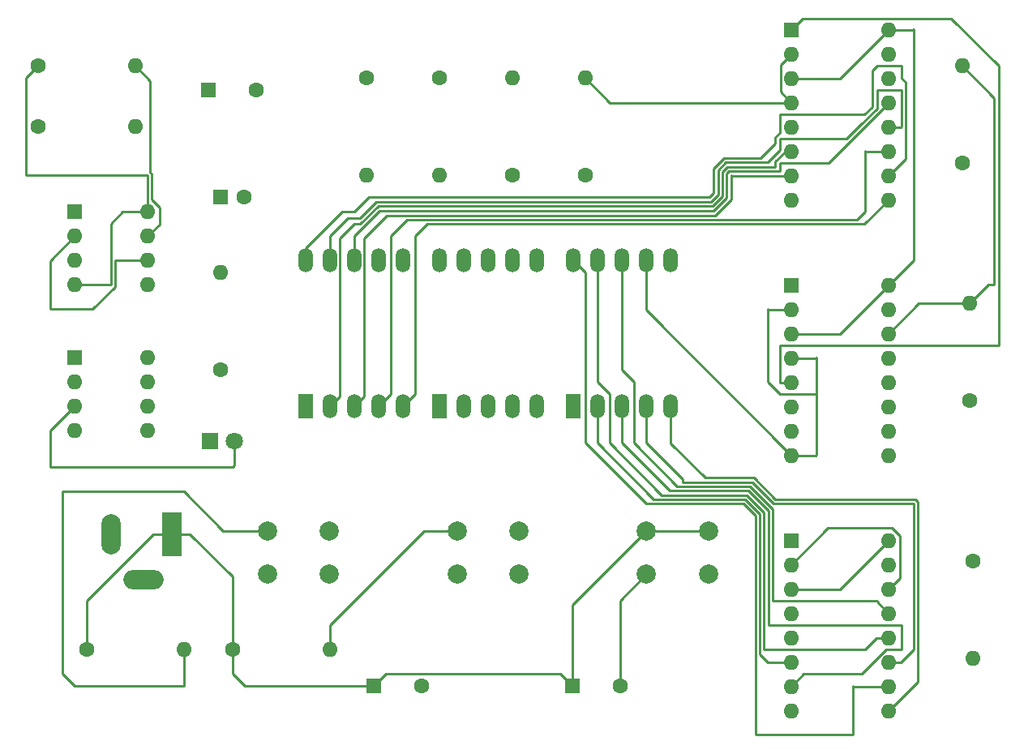
<source format=gbr>
%TF.GenerationSoftware,KiCad,Pcbnew,6.0.11+dfsg-1*%
%TF.CreationDate,2024-10-10T07:54:30+00:00*%
%TF.ProjectId,stoper,73746f70-6572-42e6-9b69-6361645f7063,rev?*%
%TF.SameCoordinates,Original*%
%TF.FileFunction,Copper,L1,Top*%
%TF.FilePolarity,Positive*%
%FSLAX46Y46*%
G04 Gerber Fmt 4.6, Leading zero omitted, Abs format (unit mm)*
G04 Created by KiCad (PCBNEW 6.0.11+dfsg-1) date 2024-10-10 07:54:30*
%MOMM*%
%LPD*%
G01*
G04 APERTURE LIST*
%TA.AperFunction,ComponentPad*%
%ADD10R,1.600000X1.600000*%
%TD*%
%TA.AperFunction,ComponentPad*%
%ADD11O,1.600000X1.600000*%
%TD*%
%TA.AperFunction,ComponentPad*%
%ADD12C,1.600000*%
%TD*%
%TA.AperFunction,ComponentPad*%
%ADD13R,1.524000X2.524000*%
%TD*%
%TA.AperFunction,ComponentPad*%
%ADD14O,1.524000X2.524000*%
%TD*%
%TA.AperFunction,ComponentPad*%
%ADD15C,2.000000*%
%TD*%
%TA.AperFunction,ComponentPad*%
%ADD16R,2.000000X4.600000*%
%TD*%
%TA.AperFunction,ComponentPad*%
%ADD17O,2.000000X4.200000*%
%TD*%
%TA.AperFunction,ComponentPad*%
%ADD18O,4.200000X2.000000*%
%TD*%
%TA.AperFunction,ComponentPad*%
%ADD19R,1.800000X1.800000*%
%TD*%
%TA.AperFunction,ComponentPad*%
%ADD20C,1.800000*%
%TD*%
%TA.AperFunction,Conductor*%
%ADD21C,0.250000*%
%TD*%
G04 APERTURE END LIST*
D10*
%TO.P,MillisecondsTimer1,1,GND*%
%TO.N,GND*%
X77480000Y-71130000D03*
D11*
%TO.P,MillisecondsTimer1,2,TR*%
%TO.N,Net-(MillisecondsC1-Pad1)*%
X77480000Y-73670000D03*
%TO.P,MillisecondsTimer1,3,Q*%
%TO.N,/MilliSecondsPulse1*%
X77480000Y-76210000D03*
%TO.P,MillisecondsTimer1,4,R*%
%TO.N,/TimerPower1*%
X77480000Y-78750000D03*
%TO.P,MillisecondsTimer1,5,CV*%
%TO.N,Net-(C1-Pad1)*%
X85100000Y-78750000D03*
%TO.P,MillisecondsTimer1,6,THR*%
%TO.N,Net-(MillisecondsC1-Pad1)*%
X85100000Y-76210000D03*
%TO.P,MillisecondsTimer1,7,DIS*%
%TO.N,Net-(MillisecondsTimer1-Pad7)*%
X85100000Y-73670000D03*
%TO.P,MillisecondsTimer1,8,VCC*%
%TO.N,/TimerPower1*%
X85100000Y-71130000D03*
%TD*%
D12*
%TO.P,R11,1*%
%TO.N,Net-(DoubleSecondsDisplay1-Pad6)*%
X130810000Y-67310000D03*
D11*
%TO.P,R11,2*%
%TO.N,GND*%
X130810000Y-57150000D03*
%TD*%
D13*
%TO.P,SingleSecondsDisplay1,1,CC*%
%TO.N,unconnected-(SingleSecondsDisplay1-Pad1)*%
X115600000Y-91440000D03*
D14*
%TO.P,SingleSecondsDisplay1,2,F*%
%TO.N,Net-(SingleSecondsCounter1-Pad6)*%
X118140000Y-91440000D03*
%TO.P,SingleSecondsDisplay1,3,G*%
%TO.N,Net-(SingleSecondsCounter1-Pad7)*%
X120680000Y-91440000D03*
%TO.P,SingleSecondsDisplay1,4,E*%
%TO.N,Net-(SingleSecondsCounter1-Pad11)*%
X123220000Y-91440000D03*
%TO.P,SingleSecondsDisplay1,5,D*%
%TO.N,Net-(SingleSecondsCounter1-Pad9)*%
X125760000Y-91440000D03*
%TO.P,SingleSecondsDisplay1,6,CC*%
%TO.N,Net-(R9-Pad1)*%
X125760000Y-76200000D03*
%TO.P,SingleSecondsDisplay1,7,DP*%
%TO.N,Net-(R8-Pad1)*%
X123220000Y-76200000D03*
%TO.P,SingleSecondsDisplay1,8,C*%
%TO.N,Net-(SingleSecondsCounter1-Pad13)*%
X120680000Y-76200000D03*
%TO.P,SingleSecondsDisplay1,9,B*%
%TO.N,Net-(SingleSecondsCounter1-Pad12)*%
X118140000Y-76200000D03*
%TO.P,SingleSecondsDisplay1,10,A*%
%TO.N,Net-(SingleSecondsCounter1-Pad10)*%
X115600000Y-76200000D03*
%TD*%
D10*
%TO.P,DefaultOff1,1*%
%TO.N,/+9V*%
X108714245Y-120650000D03*
D12*
%TO.P,DefaultOff1,2*%
%TO.N,Net-(DefaultOff1-Pad2)*%
X113714245Y-120650000D03*
%TD*%
%TO.P,R7,1*%
%TO.N,/ResetButtonIn1*%
X171350000Y-107560000D03*
D11*
%TO.P,R7,2*%
%TO.N,GND*%
X171350000Y-117720000D03*
%TD*%
D10*
%TO.P,MilliSecondsCounter1,1,CLOCK*%
%TO.N,/MilliSecondsPulse1*%
X152380000Y-105425000D03*
D11*
%TO.P,MilliSecondsCounter1,2,CLOCKINHIBIT*%
%TO.N,GND*%
X152380000Y-107965000D03*
%TO.P,MilliSecondsCounter1,3,DISPLAYENABLEIN*%
%TO.N,/+9V*%
X152380000Y-110505000D03*
%TO.P,MilliSecondsCounter1,4,DISPLAYENABLEOUT*%
%TO.N,GND*%
X152380000Y-113045000D03*
%TO.P,MilliSecondsCounter1,5,CARRYOUT*%
%TO.N,/SingleSecondsPulse1*%
X152380000Y-115585000D03*
%TO.P,MilliSecondsCounter1,6,F*%
%TO.N,Net-(MilliSecondsCounter1-Pad6)*%
X152380000Y-118125000D03*
%TO.P,MilliSecondsCounter1,7,G*%
%TO.N,Net-(MilliSecondsCounter1-Pad7)*%
X152380000Y-120665000D03*
%TO.P,MilliSecondsCounter1,8,VSS*%
%TO.N,GND*%
X152380000Y-123205000D03*
%TO.P,MilliSecondsCounter1,9,D*%
%TO.N,Net-(MilliSecondsCounter1-Pad9)*%
X162540000Y-123205000D03*
%TO.P,MilliSecondsCounter1,10,A*%
%TO.N,Net-(MilliSecondsCounter1-Pad10)*%
X162540000Y-120665000D03*
%TO.P,MilliSecondsCounter1,11,E*%
%TO.N,Net-(MilliSecondsCounter1-Pad11)*%
X162540000Y-118125000D03*
%TO.P,MilliSecondsCounter1,12,B*%
%TO.N,Net-(MilliSecondsCounter1-Pad12)*%
X162540000Y-115585000D03*
%TO.P,MilliSecondsCounter1,13,C*%
%TO.N,Net-(MilliSecondsCounter1-Pad13)*%
X162540000Y-113045000D03*
%TO.P,MilliSecondsCounter1,14,UNGATEDCSEGMENTOUT*%
%TO.N,GND*%
X162540000Y-110505000D03*
%TO.P,MilliSecondsCounter1,15,RESET*%
%TO.N,/ResetButtonIn1*%
X162540000Y-107965000D03*
%TO.P,MilliSecondsCounter1,16,VDD*%
%TO.N,/+9V*%
X162540000Y-105425000D03*
%TD*%
D10*
%TO.P,C1,1*%
%TO.N,Net-(C1-Pad1)*%
X92710000Y-69580000D03*
D12*
%TO.P,C1,2*%
%TO.N,GND*%
X95210000Y-69580000D03*
%TD*%
D13*
%TO.P,DoubleSecondsDisplay1,1,CC*%
%TO.N,unconnected-(DoubleSecondsDisplay1-Pad1)*%
X101600000Y-91440000D03*
D14*
%TO.P,DoubleSecondsDisplay1,2,F*%
%TO.N,Net-(DoubleSecondsCounter1-Pad6)*%
X104140000Y-91440000D03*
%TO.P,DoubleSecondsDisplay1,3,G*%
%TO.N,Net-(DoubleSecondsCounter1-Pad7)*%
X106680000Y-91440000D03*
%TO.P,DoubleSecondsDisplay1,4,E*%
%TO.N,Net-(DoubleSecondsCounter1-Pad11)*%
X109220000Y-91440000D03*
%TO.P,DoubleSecondsDisplay1,5,D*%
%TO.N,Net-(DoubleSecondsCounter1-Pad9)*%
X111760000Y-91440000D03*
%TO.P,DoubleSecondsDisplay1,6,CC*%
%TO.N,Net-(DoubleSecondsDisplay1-Pad6)*%
X111760000Y-76200000D03*
%TO.P,DoubleSecondsDisplay1,7,DP*%
%TO.N,GND*%
X109220000Y-76200000D03*
%TO.P,DoubleSecondsDisplay1,8,C*%
%TO.N,Net-(DoubleSecondsCounter1-Pad13)*%
X106680000Y-76200000D03*
%TO.P,DoubleSecondsDisplay1,9,B*%
%TO.N,Net-(DoubleSecondsCounter1-Pad12)*%
X104140000Y-76200000D03*
%TO.P,DoubleSecondsDisplay1,10,A*%
%TO.N,Net-(DoubleSecondsCounter1-Pad10)*%
X101600000Y-76200000D03*
%TD*%
D15*
%TO.P,On1,1,A*%
%TO.N,Net-(On1-Pad1)*%
X97634436Y-104430000D03*
X104134436Y-104430000D03*
%TO.P,On1,2,B*%
%TO.N,GND*%
X97634436Y-108930000D03*
X104134436Y-108930000D03*
%TD*%
D12*
%TO.P,R9,1*%
%TO.N,Net-(R9-Pad1)*%
X123190000Y-67310000D03*
D11*
%TO.P,R9,2*%
%TO.N,GND*%
X123190000Y-57150000D03*
%TD*%
D12*
%TO.P,R3,1*%
%TO.N,Net-(OnOffLed1-Pad1)*%
X92710000Y-87630000D03*
D11*
%TO.P,R3,2*%
%TO.N,GND*%
X92710000Y-77470000D03*
%TD*%
D16*
%TO.P,PWR1,1*%
%TO.N,/+9V*%
X87630000Y-104760000D03*
D17*
%TO.P,PWR1,2*%
%TO.N,GND*%
X81330000Y-104760000D03*
D18*
%TO.P,PWR1,3*%
%TO.N,N/C*%
X84730000Y-109560000D03*
%TD*%
D12*
%TO.P,R1,1*%
%TO.N,/+9V*%
X78740000Y-116840000D03*
D11*
%TO.P,R1,2*%
%TO.N,Net-(On1-Pad1)*%
X88900000Y-116840000D03*
%TD*%
%TO.P,R10,2*%
%TO.N,GND*%
X170980000Y-80690000D03*
D12*
%TO.P,R10,1*%
%TO.N,/ResetButtonIn1*%
X170980000Y-90850000D03*
%TD*%
D13*
%TO.P,MilliSecondsDisplay1,1,CC*%
%TO.N,unconnected-(MilliSecondsDisplay1-Pad1)*%
X129600000Y-91440000D03*
D14*
%TO.P,MilliSecondsDisplay1,2,F*%
%TO.N,Net-(MilliSecondsCounter1-Pad6)*%
X132140000Y-91440000D03*
%TO.P,MilliSecondsDisplay1,3,G*%
%TO.N,Net-(MilliSecondsCounter1-Pad7)*%
X134680000Y-91440000D03*
%TO.P,MilliSecondsDisplay1,4,E*%
%TO.N,Net-(MilliSecondsCounter1-Pad11)*%
X137220000Y-91440000D03*
%TO.P,MilliSecondsDisplay1,5,D*%
%TO.N,Net-(MilliSecondsCounter1-Pad9)*%
X139760000Y-91440000D03*
%TO.P,MilliSecondsDisplay1,6,CC*%
%TO.N,Net-(MilliSecondsDisplay1-Pad6)*%
X139760000Y-76200000D03*
%TO.P,MilliSecondsDisplay1,7,DP*%
%TO.N,GND*%
X137220000Y-76200000D03*
%TO.P,MilliSecondsDisplay1,8,C*%
%TO.N,Net-(MilliSecondsCounter1-Pad13)*%
X134680000Y-76200000D03*
%TO.P,MilliSecondsDisplay1,9,B*%
%TO.N,Net-(MilliSecondsCounter1-Pad12)*%
X132140000Y-76200000D03*
%TO.P,MilliSecondsDisplay1,10,A*%
%TO.N,Net-(MilliSecondsCounter1-Pad10)*%
X129600000Y-76200000D03*
%TD*%
D11*
%TO.P,R12,2*%
%TO.N,GND*%
X170180000Y-55880000D03*
D12*
%TO.P,R12,1*%
%TO.N,/ResetButtonIn1*%
X170180000Y-66040000D03*
%TD*%
D10*
%TO.P,DoubleSecondsCounter1,1,CLOCK*%
%TO.N,/DoubleSecondsPulse1*%
X152380000Y-52085000D03*
D11*
%TO.P,DoubleSecondsCounter1,2,CLOCKINHIBIT*%
%TO.N,GND*%
X152380000Y-54625000D03*
%TO.P,DoubleSecondsCounter1,3,DISPLAYENABLEIN*%
%TO.N,/+9V*%
X152380000Y-57165000D03*
%TO.P,DoubleSecondsCounter1,4,DISPLAYENABLEOUT*%
%TO.N,GND*%
X152380000Y-59705000D03*
%TO.P,DoubleSecondsCounter1,5,CARRYOUT*%
X152380000Y-62245000D03*
%TO.P,DoubleSecondsCounter1,6,F*%
%TO.N,Net-(DoubleSecondsCounter1-Pad6)*%
X152380000Y-64785000D03*
%TO.P,DoubleSecondsCounter1,7,G*%
%TO.N,Net-(DoubleSecondsCounter1-Pad7)*%
X152380000Y-67325000D03*
%TO.P,DoubleSecondsCounter1,8,VSS*%
%TO.N,GND*%
X152380000Y-69865000D03*
%TO.P,DoubleSecondsCounter1,9,D*%
%TO.N,Net-(DoubleSecondsCounter1-Pad9)*%
X162540000Y-69865000D03*
%TO.P,DoubleSecondsCounter1,10,A*%
%TO.N,Net-(DoubleSecondsCounter1-Pad10)*%
X162540000Y-67325000D03*
%TO.P,DoubleSecondsCounter1,11,E*%
%TO.N,Net-(DoubleSecondsCounter1-Pad11)*%
X162540000Y-64785000D03*
%TO.P,DoubleSecondsCounter1,12,B*%
%TO.N,Net-(DoubleSecondsCounter1-Pad12)*%
X162540000Y-62245000D03*
%TO.P,DoubleSecondsCounter1,13,C*%
%TO.N,Net-(DoubleSecondsCounter1-Pad13)*%
X162540000Y-59705000D03*
%TO.P,DoubleSecondsCounter1,14,UNGATEDCSEGMENTOUT*%
%TO.N,GND*%
X162540000Y-57165000D03*
%TO.P,DoubleSecondsCounter1,15,RESET*%
%TO.N,/ResetButtonIn1*%
X162540000Y-54625000D03*
%TO.P,DoubleSecondsCounter1,16,VDD*%
%TO.N,/+9V*%
X162540000Y-52085000D03*
%TD*%
D12*
%TO.P,R6,1*%
%TO.N,Net-(MilliSecondsDisplay1-Pad6)*%
X107950000Y-57150000D03*
D11*
%TO.P,R6,2*%
%TO.N,GND*%
X107950000Y-67310000D03*
%TD*%
D15*
%TO.P,Off1,1,A*%
%TO.N,Net-(DefaultOff1-Pad2)*%
X117430000Y-104430000D03*
X123930000Y-104430000D03*
%TO.P,Off1,2,B*%
%TO.N,GND*%
X117430000Y-108930000D03*
X123930000Y-108930000D03*
%TD*%
D10*
%TO.P,MillisecondsC1,1*%
%TO.N,Net-(MillisecondsC1-Pad1)*%
X91440000Y-58420000D03*
D12*
%TO.P,MillisecondsC1,2*%
%TO.N,GND*%
X96440000Y-58420000D03*
%TD*%
%TO.P,R5,1*%
%TO.N,Net-(MillisecondsTimer1-Pad7)*%
X73660000Y-62210000D03*
D11*
%TO.P,R5,2*%
%TO.N,Net-(MillisecondsC1-Pad1)*%
X83820000Y-62210000D03*
%TD*%
D10*
%TO.P,OnOff1,1,GND*%
%TO.N,GND*%
X77470000Y-86360000D03*
D11*
%TO.P,OnOff1,2,TR*%
%TO.N,Net-(On1-Pad1)*%
X77470000Y-88900000D03*
%TO.P,OnOff1,3,Q*%
%TO.N,/TimerPower1*%
X77470000Y-91440000D03*
%TO.P,OnOff1,4,R*%
%TO.N,Net-(DefaultOff1-Pad2)*%
X77470000Y-93980000D03*
%TO.P,OnOff1,5,CV*%
%TO.N,GND*%
X85090000Y-93980000D03*
%TO.P,OnOff1,6,THR*%
X85090000Y-91440000D03*
%TO.P,OnOff1,7,DIS*%
X85090000Y-88900000D03*
%TO.P,OnOff1,8,VCC*%
%TO.N,/+9V*%
X85090000Y-86360000D03*
%TD*%
%TO.P,R8,2*%
%TO.N,/+9V*%
X115570000Y-67310000D03*
D12*
%TO.P,R8,1*%
%TO.N,Net-(R8-Pad1)*%
X115570000Y-57150000D03*
%TD*%
%TO.P,R2,1*%
%TO.N,/+9V*%
X93980000Y-116840000D03*
D11*
%TO.P,R2,2*%
%TO.N,Net-(DefaultOff1-Pad2)*%
X104140000Y-116840000D03*
%TD*%
%TO.P,SingleSecondsCounter1,16,VDD*%
%TO.N,/+9V*%
X162540000Y-78755000D03*
%TO.P,SingleSecondsCounter1,15,RESET*%
%TO.N,/ResetButtonIn1*%
X162540000Y-81295000D03*
%TO.P,SingleSecondsCounter1,14,UNGATEDCSEGMENTOUT*%
%TO.N,GND*%
X162540000Y-83835000D03*
%TO.P,SingleSecondsCounter1,13,C*%
%TO.N,Net-(SingleSecondsCounter1-Pad13)*%
X162540000Y-86375000D03*
%TO.P,SingleSecondsCounter1,12,B*%
%TO.N,Net-(SingleSecondsCounter1-Pad12)*%
X162540000Y-88915000D03*
%TO.P,SingleSecondsCounter1,11,E*%
%TO.N,Net-(SingleSecondsCounter1-Pad11)*%
X162540000Y-91455000D03*
%TO.P,SingleSecondsCounter1,10,A*%
%TO.N,Net-(SingleSecondsCounter1-Pad10)*%
X162540000Y-93995000D03*
%TO.P,SingleSecondsCounter1,9,D*%
%TO.N,Net-(SingleSecondsCounter1-Pad9)*%
X162540000Y-96535000D03*
%TO.P,SingleSecondsCounter1,8,VSS*%
%TO.N,GND*%
X152380000Y-96535000D03*
%TO.P,SingleSecondsCounter1,7,G*%
%TO.N,Net-(SingleSecondsCounter1-Pad7)*%
X152380000Y-93995000D03*
%TO.P,SingleSecondsCounter1,6,F*%
%TO.N,Net-(SingleSecondsCounter1-Pad6)*%
X152380000Y-91455000D03*
%TO.P,SingleSecondsCounter1,5,CARRYOUT*%
%TO.N,/DoubleSecondsPulse1*%
X152380000Y-88915000D03*
%TO.P,SingleSecondsCounter1,4,DISPLAYENABLEOUT*%
%TO.N,GND*%
X152380000Y-86375000D03*
%TO.P,SingleSecondsCounter1,3,DISPLAYENABLEIN*%
%TO.N,/+9V*%
X152380000Y-83835000D03*
%TO.P,SingleSecondsCounter1,2,CLOCKINHIBIT*%
%TO.N,GND*%
X152380000Y-81295000D03*
D10*
%TO.P,SingleSecondsCounter1,1,CLOCK*%
%TO.N,/SingleSecondsPulse1*%
X152380000Y-78755000D03*
%TD*%
D15*
%TO.P,Reset1,1,A*%
%TO.N,/+9V*%
X137225564Y-104430000D03*
X143725564Y-104430000D03*
%TO.P,Reset1,2,B*%
%TO.N,/ResetButtonIn1*%
X143725564Y-108930000D03*
X137225564Y-108930000D03*
%TD*%
D19*
%TO.P,OnOffLed1,1,K*%
%TO.N,Net-(OnOffLed1-Pad1)*%
X91640000Y-95050322D03*
D20*
%TO.P,OnOffLed1,2,A*%
%TO.N,/TimerPower1*%
X94180000Y-95050322D03*
%TD*%
D12*
%TO.P,R4,1*%
%TO.N,/TimerPower1*%
X73660000Y-55880000D03*
D11*
%TO.P,R4,2*%
%TO.N,Net-(MillisecondsTimer1-Pad7)*%
X83820000Y-55880000D03*
%TD*%
D12*
%TO.P,DefaultReset1,2*%
%TO.N,/ResetButtonIn1*%
X134463339Y-120650000D03*
D10*
%TO.P,DefaultReset1,1*%
%TO.N,/+9V*%
X129463339Y-120650000D03*
%TD*%
D21*
%TO.N,/DoubleSecondsPulse1*%
X152380000Y-88915000D02*
X151145000Y-88915000D01*
X169070000Y-50960000D02*
X153505000Y-50960000D01*
X151145000Y-88915000D02*
X151130000Y-88900000D01*
X151130000Y-88900000D02*
X151130000Y-85090000D01*
X151130000Y-85090000D02*
X173990000Y-85090000D01*
X173990000Y-85090000D02*
X173990000Y-55880000D01*
X153505000Y-50960000D02*
X152380000Y-52085000D01*
X173990000Y-55880000D02*
X169070000Y-50960000D01*
%TO.N,Net-(DefaultOff1-Pad2)*%
X104140000Y-116840000D02*
X104140000Y-114300000D01*
X104140000Y-114300000D02*
X114010000Y-104430000D01*
X114010000Y-104430000D02*
X117430000Y-104430000D01*
%TO.N,/ResetButtonIn1*%
X137225564Y-108930000D02*
X134463339Y-111692225D01*
X134463339Y-111692225D02*
X134463339Y-120650000D01*
%TO.N,/+9V*%
X137225564Y-104430000D02*
X129463339Y-112192225D01*
X129463339Y-112192225D02*
X129463339Y-120650000D01*
X108714245Y-120650000D02*
X109984245Y-119380000D01*
X128193339Y-119380000D02*
X129463339Y-120650000D01*
X109984245Y-119380000D02*
X128193339Y-119380000D01*
X93980000Y-116840000D02*
X93980000Y-119380000D01*
X93980000Y-119380000D02*
X95250000Y-120650000D01*
X95250000Y-120650000D02*
X108714245Y-120650000D01*
%TO.N,GND*%
X152380000Y-96535000D02*
X137220000Y-81375000D01*
X137220000Y-81375000D02*
X137220000Y-76200000D01*
X162540000Y-110505000D02*
X163665000Y-109380000D01*
X163665000Y-109380000D02*
X163665000Y-104959009D01*
X163665000Y-104959009D02*
X162845991Y-104140000D01*
X156205000Y-104140000D02*
X152380000Y-107965000D01*
X162845991Y-104140000D02*
X156205000Y-104140000D01*
%TO.N,Net-(On1-Pad1)*%
X77470000Y-120650000D02*
X88900000Y-120650000D01*
X88900000Y-100330000D02*
X76200000Y-100330000D01*
X76200000Y-119380000D02*
X77470000Y-120650000D01*
X97634436Y-104430000D02*
X93000000Y-104430000D01*
X93000000Y-104430000D02*
X88900000Y-100330000D01*
X76200000Y-100330000D02*
X76200000Y-119380000D01*
X88900000Y-120650000D02*
X88900000Y-116840000D01*
%TO.N,GND*%
X149860000Y-88900000D02*
X151130000Y-90170000D01*
X154940000Y-90170000D02*
X154940000Y-86360000D01*
X151130000Y-90170000D02*
X154940000Y-90170000D01*
X149860000Y-81280000D02*
X149860000Y-88900000D01*
X152380000Y-81295000D02*
X149875000Y-81295000D01*
X149875000Y-81295000D02*
X149860000Y-81280000D01*
X154940000Y-96520000D02*
X154940000Y-90170000D01*
%TO.N,/+9V*%
X152380000Y-83835000D02*
X157460000Y-83835000D01*
X157460000Y-83835000D02*
X162540000Y-78755000D01*
%TO.N,GND*%
X172930000Y-78740000D02*
X173540000Y-78740000D01*
X170980000Y-80690000D02*
X172930000Y-78740000D01*
X173540000Y-78740000D02*
X173540000Y-59240000D01*
X173540000Y-59240000D02*
X170180000Y-55880000D01*
X170980000Y-80690000D02*
X165685000Y-80690000D01*
X165685000Y-80690000D02*
X162540000Y-83835000D01*
X152380000Y-96535000D02*
X154925000Y-96535000D01*
X154925000Y-96535000D02*
X154940000Y-96520000D01*
X154940000Y-86360000D02*
X154925000Y-86375000D01*
X154925000Y-86375000D02*
X152380000Y-86375000D01*
%TO.N,/+9V*%
X137225564Y-104430000D02*
X143725564Y-104430000D01*
X157465000Y-110505000D02*
X157480000Y-110490000D01*
X152380000Y-110505000D02*
X157465000Y-110505000D01*
X157480000Y-110490000D02*
X157480000Y-110485000D01*
X157480000Y-110485000D02*
X162540000Y-105425000D01*
%TO.N,Net-(MilliSecondsCounter1-Pad9)*%
X139760000Y-91440000D02*
X139760000Y-95310000D01*
X139760000Y-95310000D02*
X143350000Y-98900000D01*
X165550000Y-101413604D02*
X165550000Y-120195000D01*
X143350000Y-98900000D02*
X148438376Y-98900000D01*
X148438376Y-98900000D02*
X150688376Y-101150000D01*
X150688376Y-101150000D02*
X165286396Y-101150000D01*
X165286396Y-101150000D02*
X165550000Y-101413604D01*
X165550000Y-120195000D02*
X162540000Y-123205000D01*
%TO.N,Net-(MilliSecondsCounter1-Pad11)*%
X137220000Y-91440000D02*
X137220000Y-93920000D01*
X137160000Y-95250000D02*
X140970000Y-99060000D01*
X137220000Y-93920000D02*
X137160000Y-93980000D01*
X137160000Y-93980000D02*
X137160000Y-95250000D01*
X163815000Y-118125000D02*
X162540000Y-118125000D01*
X140970000Y-99060000D02*
X140970000Y-99350000D01*
X148251980Y-99350000D02*
X150501980Y-101600000D01*
X140970000Y-99350000D02*
X148251980Y-99350000D01*
X165100000Y-116840000D02*
X163815000Y-118125000D01*
X150501980Y-101600000D02*
X165100000Y-101600000D01*
X165100000Y-101600000D02*
X165100000Y-116840000D01*
%TO.N,Net-(MilliSecondsCounter1-Pad13)*%
X134680000Y-76200000D02*
X134680000Y-85030000D01*
X134680000Y-85030000D02*
X134620000Y-85090000D01*
X134620000Y-85090000D02*
X134620000Y-87630000D01*
X148065584Y-99800000D02*
X150390000Y-102124416D01*
X150390000Y-111760000D02*
X161290000Y-111760000D01*
X134620000Y-87630000D02*
X135890000Y-88900000D01*
X135890000Y-88900000D02*
X135890000Y-95250000D01*
X150390000Y-102124416D02*
X150390000Y-111760000D01*
X135890000Y-95250000D02*
X140440000Y-99800000D01*
X140440000Y-99800000D02*
X148065584Y-99800000D01*
X161290000Y-111760000D02*
X161290000Y-111795000D01*
X161290000Y-111795000D02*
X162540000Y-113045000D01*
%TO.N,Net-(MilliSecondsCounter1-Pad7)*%
X134680000Y-91440000D02*
X134680000Y-95190000D01*
X134680000Y-95190000D02*
X134620000Y-95250000D01*
X149940000Y-102310812D02*
X149940000Y-114300000D01*
X134620000Y-95250000D02*
X139620000Y-100250000D01*
X139620000Y-100250000D02*
X147879188Y-100250000D01*
X163830000Y-114300000D02*
X163830000Y-116840000D01*
X147879188Y-100250000D02*
X149940000Y-102310812D01*
X149940000Y-114300000D02*
X163830000Y-114300000D01*
X163830000Y-116840000D02*
X162234009Y-116840000D01*
X162234009Y-116840000D02*
X159694009Y-119380000D01*
X159694009Y-119380000D02*
X153665000Y-119380000D01*
X153665000Y-119380000D02*
X152380000Y-120665000D01*
%TO.N,Net-(MilliSecondsCounter1-Pad12)*%
X132140000Y-76200000D02*
X132140000Y-88840000D01*
X132140000Y-88840000D02*
X132080000Y-88900000D01*
X132080000Y-88900000D02*
X133350000Y-90170000D01*
X133350000Y-90170000D02*
X133350000Y-95250000D01*
X138800000Y-100700000D02*
X147692792Y-100700000D01*
X133350000Y-95250000D02*
X138800000Y-100700000D01*
X147692792Y-100700000D02*
X149490000Y-102497208D01*
X149490000Y-102497208D02*
X149490000Y-116840000D01*
X149490000Y-116840000D02*
X160020000Y-116840000D01*
X160020000Y-116840000D02*
X161275000Y-115585000D01*
X161275000Y-115585000D02*
X162540000Y-115585000D01*
%TO.N,Net-(MilliSecondsCounter1-Pad6)*%
X132140000Y-91440000D02*
X132140000Y-95190000D01*
X132140000Y-95190000D02*
X132080000Y-95250000D01*
X132080000Y-95250000D02*
X137980000Y-101150000D01*
X137980000Y-101150000D02*
X147506396Y-101150000D01*
X147506396Y-101150000D02*
X149040000Y-102683604D01*
X149040000Y-102683604D02*
X149040000Y-117290000D01*
X149040000Y-117290000D02*
X149875000Y-118125000D01*
X149875000Y-118125000D02*
X152380000Y-118125000D01*
%TO.N,Net-(MilliSecondsCounter1-Pad10)*%
X129600000Y-76200000D02*
X130810000Y-77410000D01*
X130810000Y-77410000D02*
X130810000Y-95250000D01*
X130810000Y-95250000D02*
X137160000Y-101600000D01*
X147320000Y-101600000D02*
X148590000Y-102870000D01*
X158750000Y-120650000D02*
X158765000Y-120665000D01*
X137160000Y-101600000D02*
X147320000Y-101600000D01*
X148590000Y-102870000D02*
X148590000Y-125730000D01*
X158750000Y-125730000D02*
X158750000Y-120650000D01*
X148590000Y-125730000D02*
X158750000Y-125730000D01*
X158765000Y-120665000D02*
X162540000Y-120665000D01*
%TO.N,/+9V*%
X165085000Y-52085000D02*
X165100000Y-52070000D01*
X162540000Y-52085000D02*
X165085000Y-52085000D01*
X165100000Y-52070000D02*
X165100000Y-76195000D01*
X165100000Y-76195000D02*
X162540000Y-78755000D01*
X152380000Y-57165000D02*
X157460000Y-57165000D01*
X157460000Y-57165000D02*
X162540000Y-52085000D01*
%TO.N,GND*%
X152380000Y-54625000D02*
X151255000Y-55750000D01*
X151255000Y-55750000D02*
X151255000Y-58580000D01*
X151255000Y-58580000D02*
X152380000Y-59705000D01*
X152380000Y-59705000D02*
X133365000Y-59705000D01*
X133365000Y-59705000D02*
X130810000Y-57150000D01*
%TO.N,Net-(DoubleSecondsCounter1-Pad10)*%
X101600000Y-76200000D02*
X101600000Y-74930000D01*
X101600000Y-74930000D02*
X105410000Y-71120000D01*
X149120000Y-65510000D02*
X150680000Y-63950000D01*
X105410000Y-71120000D02*
X106680000Y-71120000D01*
X164280000Y-65585000D02*
X162540000Y-67325000D01*
X106680000Y-71120000D02*
X108216396Y-69583604D01*
X150680000Y-63313604D02*
X151130000Y-62863604D01*
X108216396Y-69583604D02*
X143770812Y-69583604D01*
X151130000Y-60960000D02*
X160012208Y-60960000D01*
X160840000Y-56330000D02*
X161290000Y-55880000D01*
X161290000Y-55880000D02*
X163830000Y-55880000D01*
X143770812Y-69583604D02*
X144250000Y-69104416D01*
X144250000Y-69104416D02*
X144250000Y-66564416D01*
X144250000Y-66564416D02*
X145304416Y-65510000D01*
X145304416Y-65510000D02*
X149120000Y-65510000D01*
X150680000Y-63950000D02*
X150680000Y-63313604D01*
X151130000Y-62863604D02*
X151130000Y-60960000D01*
X160012208Y-60960000D02*
X160840000Y-60132208D01*
X160840000Y-60132208D02*
X160840000Y-56330000D01*
X163830000Y-55880000D02*
X163830000Y-57150000D01*
X164280000Y-57600000D02*
X164280000Y-65585000D01*
X163830000Y-57150000D02*
X164280000Y-57600000D01*
%TO.N,Net-(DoubleSecondsCounter1-Pad12)*%
X158113604Y-63500000D02*
X159570000Y-62043604D01*
X149860000Y-65960000D02*
X151130000Y-64690000D01*
X163830000Y-58420000D02*
X163830000Y-62230000D01*
X144700000Y-69290812D02*
X144700000Y-66750812D01*
X143957208Y-70033604D02*
X144700000Y-69290812D01*
X151130000Y-64690000D02*
X151130000Y-63500000D01*
X104140000Y-76200000D02*
X104140000Y-73660000D01*
X109033604Y-70033604D02*
X143957208Y-70033604D01*
X161290000Y-58420000D02*
X163830000Y-58420000D01*
X151130000Y-63500000D02*
X158113604Y-63500000D01*
X107313604Y-71753604D02*
X109033604Y-70033604D01*
X106046396Y-71753604D02*
X107313604Y-71753604D01*
X163830000Y-62230000D02*
X163815000Y-62245000D01*
X104140000Y-73660000D02*
X106046396Y-71753604D01*
X145490812Y-65960000D02*
X149860000Y-65960000D01*
X144700000Y-66750812D02*
X145490812Y-65960000D01*
X159570000Y-62043604D02*
X159570000Y-62038604D01*
X159570000Y-62038604D02*
X161290000Y-60318604D01*
X161290000Y-60318604D02*
X161290000Y-58420000D01*
X163815000Y-62245000D02*
X162540000Y-62245000D01*
%TO.N,Net-(DoubleSecondsCounter1-Pad6)*%
X104140000Y-91440000D02*
X105227000Y-90353000D01*
X145150000Y-66937208D02*
X145677208Y-66410000D01*
X105227000Y-90353000D02*
X105227000Y-73843000D01*
X105227000Y-73843000D02*
X106680000Y-72390000D01*
X106680000Y-72390000D02*
X107313604Y-72390000D01*
X107313604Y-72390000D02*
X109220000Y-70483604D01*
X150680000Y-65853604D02*
X151748604Y-64785000D01*
X109220000Y-70483604D02*
X144143604Y-70483604D01*
X144143604Y-70483604D02*
X145150000Y-69477208D01*
X145150000Y-69477208D02*
X145150000Y-66937208D01*
X145677208Y-66410000D02*
X150680000Y-66410000D01*
X150680000Y-66410000D02*
X150680000Y-65853604D01*
X151748604Y-64785000D02*
X152380000Y-64785000D01*
%TO.N,Net-(DoubleSecondsCounter1-Pad13)*%
X106680000Y-76200000D02*
X106680000Y-73660000D01*
X106680000Y-73660000D02*
X109300000Y-71040000D01*
X109300000Y-71040000D02*
X144223604Y-71040000D01*
X144223604Y-71040000D02*
X145600000Y-69663604D01*
X145600000Y-69663604D02*
X145600000Y-67123604D01*
X145600000Y-67123604D02*
X145863604Y-66860000D01*
X145863604Y-66860000D02*
X151115000Y-66860000D01*
X151130000Y-66040000D02*
X156210000Y-66040000D01*
X151115000Y-66860000D02*
X151130000Y-66875000D01*
X151130000Y-66875000D02*
X151130000Y-66040000D01*
X156210000Y-66040000D02*
X160020000Y-62230000D01*
X160020000Y-62230000D02*
X160020000Y-62225000D01*
X160020000Y-62225000D02*
X162540000Y-59705000D01*
%TO.N,Net-(DoubleSecondsCounter1-Pad7)*%
X106680000Y-91440000D02*
X107767000Y-90353000D01*
X107767000Y-90353000D02*
X107767000Y-73843000D01*
X146050000Y-69850000D02*
X146050000Y-67310000D01*
X107767000Y-73843000D02*
X110120000Y-71490000D01*
X110120000Y-71490000D02*
X144410000Y-71490000D01*
X144410000Y-71490000D02*
X146050000Y-69850000D01*
X146050000Y-67310000D02*
X146065000Y-67325000D01*
X146065000Y-67325000D02*
X152380000Y-67325000D01*
%TO.N,Net-(DoubleSecondsCounter1-Pad11)*%
X109220000Y-91440000D02*
X110490000Y-90170000D01*
X160020000Y-71120000D02*
X160020000Y-64770000D01*
X110490000Y-90170000D02*
X110490000Y-73660000D01*
X110490000Y-73660000D02*
X112210000Y-71940000D01*
X112210000Y-71940000D02*
X159200000Y-71940000D01*
X159200000Y-71940000D02*
X160020000Y-71120000D01*
X160020000Y-64770000D02*
X160035000Y-64785000D01*
X160035000Y-64785000D02*
X162540000Y-64785000D01*
%TO.N,Net-(DoubleSecondsCounter1-Pad9)*%
X114300000Y-72390000D02*
X160015000Y-72390000D01*
X160015000Y-72390000D02*
X162540000Y-69865000D01*
X113030000Y-73660000D02*
X114300000Y-72390000D01*
X111760000Y-91440000D02*
X113030000Y-90170000D01*
X113030000Y-90170000D02*
X113030000Y-73660000D01*
%TO.N,/+9V*%
X87630000Y-104760000D02*
X89520000Y-104760000D01*
X89520000Y-104760000D02*
X93980000Y-109220000D01*
X93980000Y-109220000D02*
X93980000Y-116840000D01*
X87630000Y-104760000D02*
X85740000Y-104760000D01*
X85740000Y-104760000D02*
X78740000Y-111760000D01*
X78740000Y-111760000D02*
X78740000Y-116840000D01*
%TO.N,/TimerPower1*%
X94180000Y-95050322D02*
X94180000Y-97590000D01*
X93980000Y-97790000D02*
X74930000Y-97790000D01*
X94180000Y-97590000D02*
X93980000Y-97790000D01*
X74930000Y-97790000D02*
X74930000Y-93980000D01*
X74930000Y-93980000D02*
X77470000Y-91440000D01*
%TO.N,Net-(MillisecondsC1-Pad1)*%
X85100000Y-76210000D02*
X82560000Y-76210000D01*
X82560000Y-76210000D02*
X82550000Y-76200000D01*
X79376396Y-81280000D02*
X74930000Y-81280000D01*
X74930000Y-81280000D02*
X74930000Y-76220000D01*
X82550000Y-76200000D02*
X81730000Y-76200000D01*
X81730000Y-76200000D02*
X81730000Y-78926396D01*
X81730000Y-78926396D02*
X79376396Y-81280000D01*
X74930000Y-76220000D02*
X77480000Y-73670000D01*
%TO.N,/TimerPower1*%
X81280000Y-78740000D02*
X81280000Y-72390000D01*
X77480000Y-78750000D02*
X81270000Y-78750000D01*
X81270000Y-78750000D02*
X81280000Y-78740000D01*
X81280000Y-72390000D02*
X82540000Y-71130000D01*
X82540000Y-71130000D02*
X85100000Y-71130000D01*
%TO.N,Net-(MillisecondsTimer1-Pad7)*%
X85100000Y-73670000D02*
X86360000Y-72410000D01*
X86360000Y-72410000D02*
X86360000Y-70660000D01*
X85550000Y-67133604D02*
X85408198Y-66991802D01*
X85408198Y-57468198D02*
X83820000Y-55880000D01*
X86360000Y-70660000D02*
X85550000Y-69850000D01*
X85408198Y-66991802D02*
X85408198Y-57468198D01*
X85550000Y-69850000D02*
X85550000Y-67133604D01*
%TO.N,/TimerPower1*%
X85090000Y-67310000D02*
X72390000Y-67310000D01*
X72390000Y-57150000D02*
X73660000Y-55880000D01*
X85100000Y-71130000D02*
X85100000Y-67320000D01*
X85100000Y-67320000D02*
X85090000Y-67310000D01*
X72390000Y-67310000D02*
X72390000Y-57150000D01*
%TD*%
M02*

</source>
